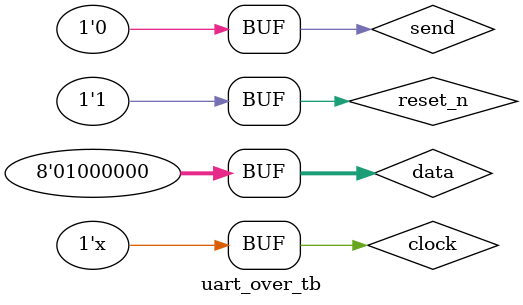
<source format=v>
`timescale 1ns/1ps

module uart_over_tb();

reg clock;
reg reset_n;

reg send;
wire done;

reg [7:0] data;
wire tx;



uart u1
(
	.clock(clock),
	.reset_n(reset_n),
	.send(send),
	.done(done),
	.data(data),
	.tx(tx)
);


initial
begin
	clock=0;
	reset_n=0;
	send=0;
	data = 8'd01000000;

#50;
reset_n=1;
#54;
send=1;
#5;
send=0;

#250;
send=1;
#50;
send=0;

end

always
begin
	clock = ~clock;
#10;

end




endmodule


</source>
